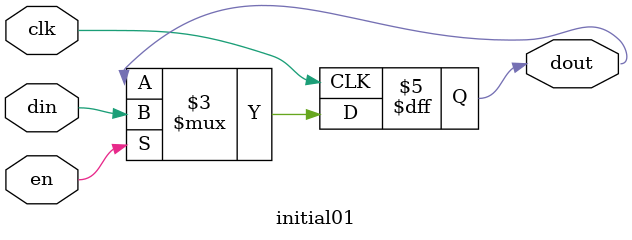
<source format=v>
module initial01(input clk, din, en,
		 output reg dout);
   always @(posedge clk)
     if (en)
       dout <= din;

   initial
     dout = 0;
endmodule

</source>
